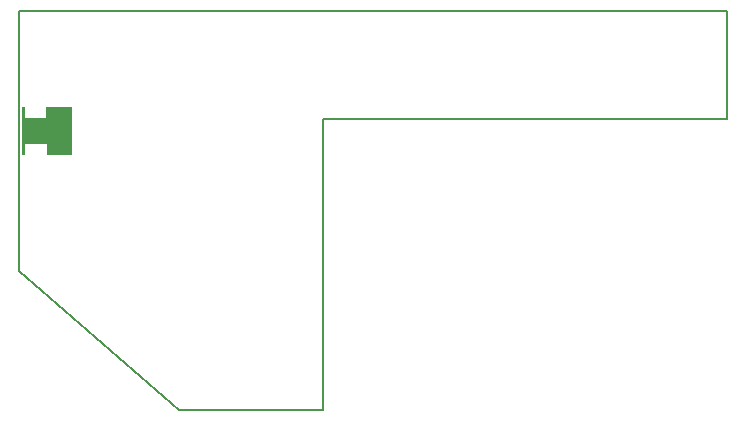
<source format=gko>
%FSTAX23Y23*%
%MOIN*%
%SFA1B1*%

%IPPOS*%
%ADD18C,0.006000*%
%LNdextrems_v1-1*%
%LPD*%
G36*
X00177Y-0048D02*
X00095D01*
Y-00444*
X0002*
Y-0048*
X0001*
Y-00322*
X0002*
Y-00358*
X00091*
Y-00322*
X00177*
Y-0048*
G37*
G54D18*
X01015Y-01331D02*
Y-00361D01*
X02362*
Y0*
X0Y-00866D02*
X00534Y-01331D01*
X0Y0D02*
X02362D01*
X00534Y-01331D02*
X01015D01*
X0Y-00866D02*
Y0D01*
M02*
</source>
